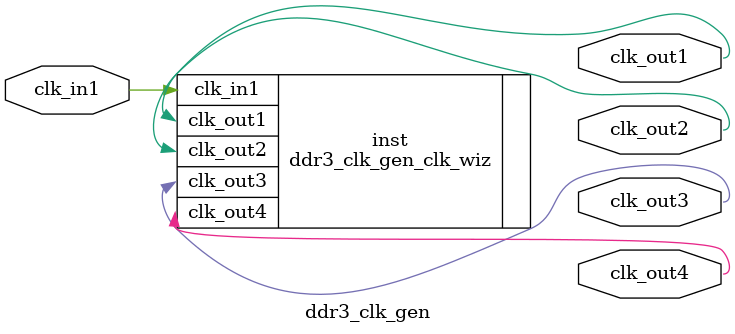
<source format=v>


`timescale 1ps/1ps

(* CORE_GENERATION_INFO = "ddr3_clk_gen,clk_wiz_v6_0_1_0_0,{component_name=ddr3_clk_gen,use_phase_alignment=true,use_min_o_jitter=false,use_max_i_jitter=false,use_dyn_phase_shift=false,use_inclk_switchover=false,use_dyn_reconfig=false,enable_axi=0,feedback_source=FDBK_AUTO,PRIMITIVE=MMCM,num_out_clk=4,clkin1_period=20.000,clkin2_period=10.0,use_power_down=false,use_reset=false,use_locked=false,use_inclk_stopped=false,feedback_type=SINGLE,CLOCK_MGR_TYPE=NA,manual_override=false}" *)

module ddr3_clk_gen 
 (
  // Clock out ports
  output        clk_out1,
  output        clk_out2,
  output        clk_out3,
  output        clk_out4,
 // Clock in ports
  input         clk_in1
 );

  ddr3_clk_gen_clk_wiz inst
  (
  // Clock out ports  
  .clk_out1(clk_out1),
  .clk_out2(clk_out2),
  .clk_out3(clk_out3),
  .clk_out4(clk_out4),
 // Clock in ports
  .clk_in1(clk_in1)
  );

endmodule

</source>
